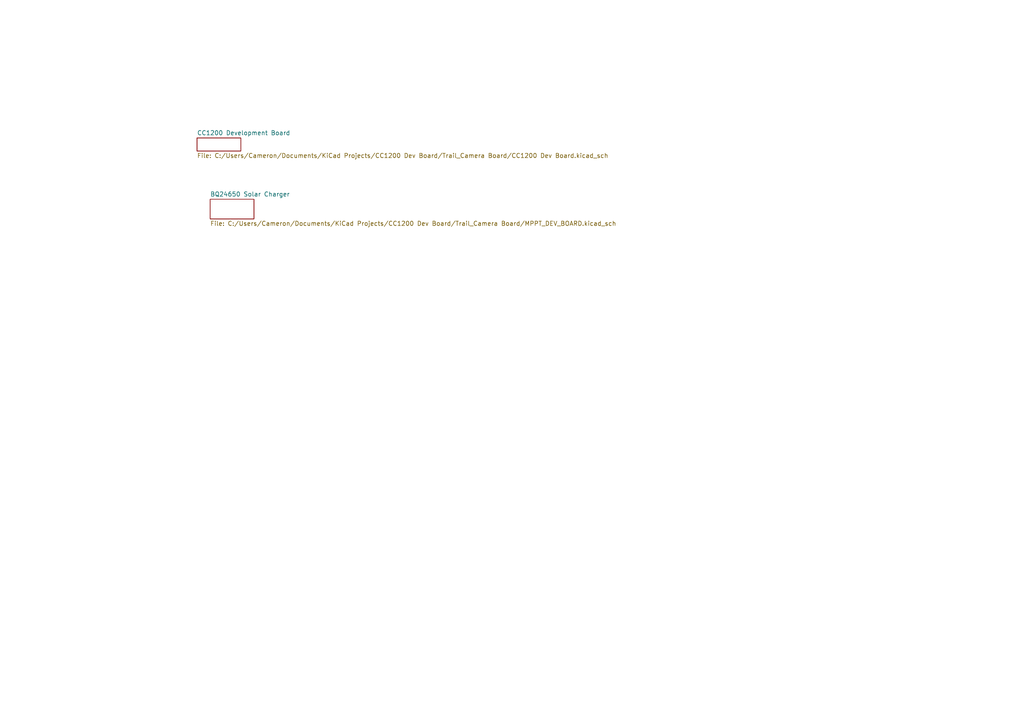
<source format=kicad_sch>
(kicad_sch (version 20230121) (generator eeschema)
  (paper "A4")
  (lib_symbols)
  (sheet (at 57.15 40.005) (size 12.7 3.81) (stroke (width 0.1524))
    (property "Sheetname" "CC1200 Development Board" (at 57.15 39.2934 0) (effects (justify left bottom)))
    (property "Sheetfile" "C:/Users/Cameron/Documents/KiCad Projects/CC1200 Dev Board/Trail_Camera Board/CC1200 Dev Board.kicad_sch" (at 57.15 44.3996 0) (effects (justify left top)))
  )
  (sheet (at 60.96 57.785) (size 12.7 5.715) (stroke (width 0.1524))
    (property "Sheetname" "BQ24650 Solar Charger" (at 60.96 57.0734 0) (effects (justify left bottom)))
    (property "Sheetfile" "C:/Users/Cameron/Documents/KiCad Projects/CC1200 Dev Board/Trail_Camera Board/MPPT_DEV_BOARD.kicad_sch" (at 60.96 64.0846 0) (effects (justify left top)))
  )
)
</source>
